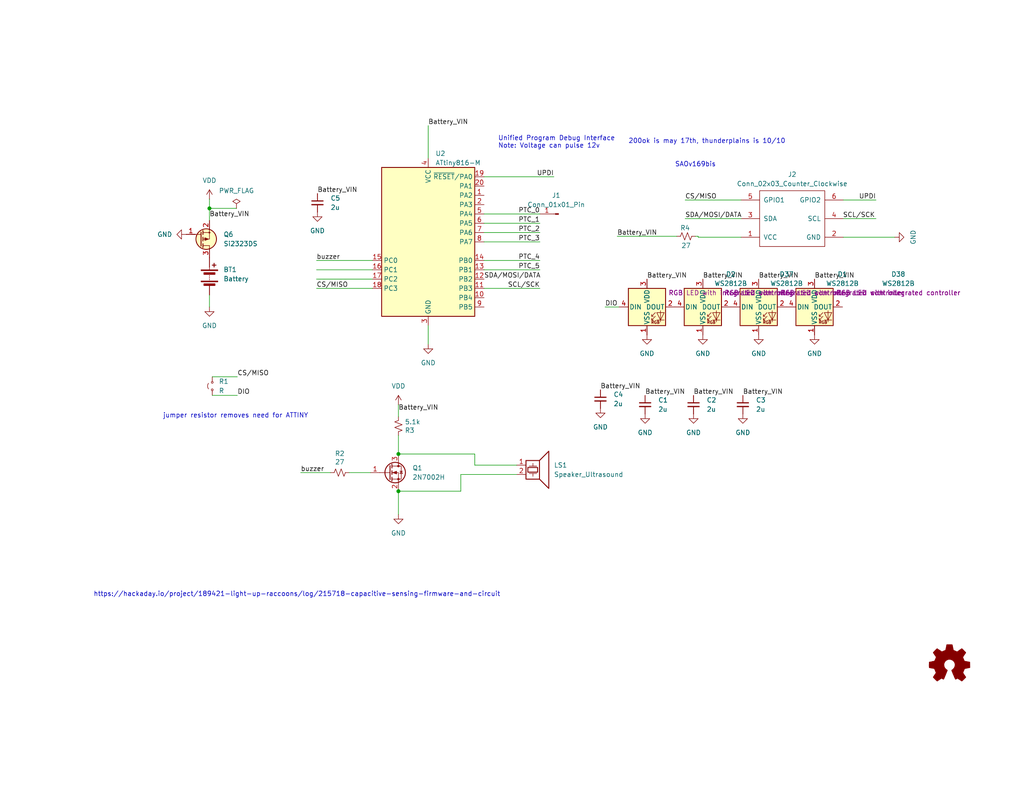
<source format=kicad_sch>
(kicad_sch (version 20250114) (generator "eeschema") (generator_version "9.0")
  (paper "USLetter")
  (lib_symbols
    (symbol "Connector:Conn_01x01_Pin" (pin_names (offset 1.016) (hide yes))
      (property "Reference" "J" (at 0 2.54 0))
      (property "Value" "Conn_01x01_Pin" (at 0 -2.54 0))
      (symbol "Conn_01x01_Pin_1_1"
        (rectangle (start 0.8636 0.127) (end 0 -0.127) (stroke (width 0.1524)) (fill (type outline)))
        (polyline (pts (xy 1.27 0) (xy 0.8636 0)) (stroke (width 0.1524)))
        (pin passive line (at 5.08 0 180) (length 3.81) (name "Pin_1") (number "1"))
      )
    )
    (symbol "Device:Battery" (pin_numbers (hide yes)) (pin_names (offset 0) (hide yes))
      (property "Reference" "BT" (at 2.54 2.54 0))
      (property "Value" "Battery" (at 2.54 0 0))
      (symbol "Battery_0_1"
        (rectangle (start -2.286 1.778) (end 2.286 1.524) (fill (type outline)))
        (rectangle (start -2.286 -1.27) (end 2.286 -1.524) (fill (type outline)))
        (rectangle (start -1.524 1.016) (end 1.524 0.508) (fill (type outline)))
        (rectangle (start -1.524 -2.032) (end 1.524 -2.54) (fill (type outline)))
        (polyline (pts (xy 0 1.778) (xy 0 2.54)))
        (polyline (pts (xy 0 0) (xy 0 0.254)))
        (polyline (pts (xy 0 -0.508) (xy 0 -0.254)))
        (polyline (pts (xy 0 -1.016) (xy 0 -0.762)))
        (polyline (pts (xy 0.762 3.048) (xy 1.778 3.048)) (stroke (width 0.254)))
        (polyline (pts (xy 1.27 3.556) (xy 1.27 2.54)) (stroke (width 0.254)))
      )
      (symbol "Battery_1_1"
        (pin passive line (at 0 5.08 270) (length 2.54) (name "+") (number "1"))
        (pin passive line (at 0 -5.08 90) (length 2.54) (name "-") (number "2"))
      )
    )
    (symbol "Device:C_Small" (pin_numbers (hide yes)) (pin_names (offset 0.254) (hide yes))
      (property "Reference" "C" (at 0.254 1.778 0))
      (property "Value" "C_Small" (at 0.254 -2.032 0))
      (symbol "C_Small_0_1"
        (polyline (pts (xy -1.524 0.508) (xy 1.524 0.508)) (stroke (width 0.3048)))
        (polyline (pts (xy -1.524 -0.508) (xy 1.524 -0.508)) (stroke (width 0.3302)))
      )
      (symbol "C_Small_1_1"
        (pin passive line (at 0 2.54 270) (length 2.032) (name "~") (number "1"))
        (pin passive line (at 0 -2.54 90) (length 2.032) (name "~") (number "2"))
      )
    )
    (symbol "Device:Speaker_Ultrasound" (pin_names (offset 0) (hide yes))
      (property "Reference" "LS" (at 0.635 5.715 0))
      (property "Value" "Speaker_Ultrasound" (at 0.635 3.81 0))
      (symbol "Speaker_Ultrasound_0_0"
        (rectangle (start -2.54 1.27) (end 1.143 -3.81) (stroke (width 0.254)))
        (rectangle (start -2.032 -0.635) (end 0.635 -1.905) (stroke (width 0.254)))
        (polyline (pts (xy -1.651 -0.254) (xy 0.381 -0.254)))
        (polyline (pts (xy -1.651 -2.286) (xy 0.381 -2.286)))
        (polyline (pts (xy -0.635 -0.254) (xy -0.635 0.508)))
        (polyline (pts (xy -0.635 -2.286) (xy -0.635 -3.048)))
        (polyline (pts (xy 1.143 1.27) (xy 3.683 3.81) (xy 3.683 -6.35) (xy 1.143 -3.81)) (stroke (width 0.254)))
      )
      (symbol "Speaker_Ultrasound_1_1"
        (pin input line (at -5.08 0 0) (length 2.54) (name "1") (number "1"))
        (pin input line (at -5.08 -2.54 0) (length 2.54) (name "2") (number "2"))
      )
    )
    (symbol "Graphic:Logo_Open_Hardware_Small" (in_bom no) (on_board no)
      (symbol "Logo_Open_Hardware_Small_0_1"
        (polyline (pts (xy 3.3528 -4.3434) (xy 3.302 -4.318) (xy 3.175 -4.2418) (xy 2.9972 -4.1148) (xy 2.7686 -3.9624) (xy 2.54 -3.81) (xy 2.3622 -3.7084) (xy 2.2352 -3.6068) (xy 2.1844 -3.5814) (xy 2.159 -3.6068) (xy 2.0574 -3.6576) (xy 1.905 -3.7338) (xy 1.8034 -3.7846) (xy 1.6764 -3.8354) (xy 1.6002 -3.8354) (xy 1.6002 -3.8354) (xy 1.5494 -3.7338) (xy 1.4732 -3.5306) (xy 1.3462 -3.302) (xy 1.2446 -3.0226) (xy 1.1176 -2.7178) (xy 0.9652 -2.413) (xy 0.8636 -2.1082) (xy 0.7366 -1.8288) (xy 0.6604 -1.6256) (xy 0.6096 -1.4732) (xy 0.5842 -1.397) (xy 0.5842 -1.397) (xy 0.6604 -1.3208) (xy 0.7874 -1.2446) (xy 1.0414 -1.016) (xy 1.2954 -0.6858) (xy 1.4478 -0.3302) (xy 1.524 0.0762) (xy 1.4732 0.4572) (xy 1.3208 0.8128) (xy 1.0668 1.143) (xy 0.762 1.3716) (xy 0.4064 1.524) (xy 0 1.5748) (xy -0.381 1.5494) (xy -0.7366 1.397) (xy -1.0668 1.143) (xy -1.2192 0.9906) (xy -1.397 0.6604) (xy -1.524 0.3048) (xy -1.524 0.2286) (xy -1.4986 -0.1778) (xy -1.397 -0.5334) (xy -1.1938 -0.8636) (xy -0.9144 -1.143) (xy -0.8636 -1.1684) (xy -0.7366 -1.27) (xy -0.635 -1.3462) (xy -0.5842 -1.397) (xy -1.0668 -2.5908) (xy -1.143 -2.794) (xy -1.2954 -3.1242) (xy -1.397 -3.4036) (xy -1.4986 -3.6322) (xy -1.5748 -3.7846) (xy -1.6002 -3.8354) (xy -1.6002 -3.8354) (xy -1.651 -3.8354) (xy -1.7272 -3.81) (xy -1.905 -3.7338) (xy -2.0066 -3.683) (xy -2.1336 -3.6068) (xy -2.2098 -3.5814) (xy -2.2606 -3.6068) (xy -2.3622 -3.683) (xy -2.54 -3.81) (xy -2.7686 -3.9624) (xy -2.9718 -4.0894) (xy -3.1496 -4.2164) (xy -3.302 -4.318) (xy -3.3528 -4.3434) (xy -3.3782 -4.3434) (xy -3.429 -4.318) (xy -3.5306 -4.2164) (xy -3.7084 -4.064) (xy -3.937 -3.8354) (xy -3.9624 -3.81) (xy -4.1656 -3.6068) (xy -4.318 -3.4544) (xy -4.4196 -3.3274) (xy -4.445 -3.2766) (xy -4.445 -3.2766) (xy -4.4196 -3.2258) (xy -4.318 -3.0734) (xy -4.2164 -2.8956) (xy -4.064 -2.667) (xy -3.6576 -2.0828) (xy -3.8862 -1.5494) (xy -3.937 -1.3716) (xy -4.0386 -1.1684) (xy -4.0894 -1.0414) (xy -4.1148 -0.9652) (xy -4.191 -0.9398) (xy -4.318 -0.9144) (xy -4.5466 -0.8636) (xy -4.8006 -0.8128) (xy -5.0546 -0.7874) (xy -5.2578 -0.7366) (xy -5.4356 -0.7112) (xy -5.5118 -0.6858) (xy -5.5118 -0.6858) (xy -5.5372 -0.635) (xy -5.5372 -0.5588) (xy -5.5372 -0.4318) (xy -5.5626 -0.2286) (xy -5.5626 0.0762) (xy -5.5626 0.127) (xy -5.5372 0.4064) (xy -5.5372 0.635) (xy -5.5372 0.762) (xy -5.5372 0.8382) (xy -5.5372 0.8382) (xy -5.461 0.8382) (xy -5.3086 0.889) (xy -5.08 0.9144) (xy -4.826 0.9652) (xy -4.8006 0.9906) (xy -4.5466 1.0414) (xy -4.318 1.0668) (xy -4.1656 1.1176) (xy -4.0894 1.143) (xy -4.0894 1.143) (xy -4.0386 1.2446) (xy -3.9624 1.4224) (xy -3.8608 1.6256) (xy -3.7846 1.8288) (xy -3.7084 2.0066) (xy -3.6576 2.159) (xy -3.6322 2.2098) (xy -3.6322 2.2098) (xy -3.683 2.286) (xy -3.7592 2.413) (xy -3.8862 2.5908) (xy -4.064 2.8194) (xy -4.064 2.8448) (xy -4.2164 3.0734) (xy -4.3434 3.2512) (xy -4.4196 3.3782) (xy -4.445 3.4544) (xy -4.445 3.4544) (xy -4.3942 3.5052) (xy -4.2926 3.6322) (xy -4.1148 3.81) (xy -3.937 4.0132) (xy -3.8608 4.064) (xy -3.6576 4.2926) (xy -3.5052 4.4196) (xy -3.4036 4.4958) (xy -3.3528 4.5212) (xy -3.3528 4.5212) (xy -3.302 4.4704) (xy -3.1496 4.3688) (xy -2.9718 4.2418) (xy -2.7432 4.0894) (xy -2.7178 4.0894) (xy -2.4892 3.937) (xy -2.3114 3.81) (xy -2.1844 3.7084) (xy -2.1336 3.683) (xy -2.1082 3.683) (xy -2.032 3.7084) (xy -1.8542 3.7592) (xy -1.6764 3.8354) (xy -1.4732 3.937) (xy -1.27 4.0132) (xy -1.143 4.064) (xy -1.0668 4.1148) (xy -1.0668 4.1148) (xy -1.0414 4.191) (xy -1.016 4.3434) (xy -0.9652 4.572) (xy -0.9144 4.8514) (xy -0.889 4.9022) (xy -0.8382 5.1562) (xy -0.8128 5.3848) (xy -0.7874 5.5372) (xy -0.762 5.588) (xy -0.7112 5.6134) (xy -0.5842 5.6134) (xy -0.4064 5.6134) (xy -0.1524 5.6134) (xy 0.0762 5.6134) (xy 0.3302 5.6134) (xy 0.5334 5.6134) (xy 0.6858 5.588) (xy 0.7366 5.588) (xy 0.7366 5.588) (xy 0.762 5.5118) (xy 0.8128 5.334) (xy 0.8382 5.1054) (xy 0.9144 4.826) (xy 0.9144 4.7752) (xy 0.9652 4.5212) (xy 1.016 4.2926) (xy 1.0414 4.1402) (xy 1.0668 4.0894) (xy 1.0668 4.0894) (xy 1.1938 4.0386) (xy 1.3716 3.9624) (xy 1.5748 3.8608) (xy 2.0828 3.6576) (xy 2.7178 4.0894) (xy 2.7686 4.1402) (xy 2.9972 4.2926) (xy 3.175 4.4196) (xy 3.302 4.4958) (xy 3.3782 4.5212) (xy 3.3782 4.5212) (xy 3.429 4.4704) (xy 3.556 4.3434) (xy 3.7338 4.191) (xy 3.9116 3.9878) (xy 4.064 3.8354) (xy 4.2418 3.6576) (xy 4.3434 3.556) (xy 4.4196 3.4798) (xy 4.4196 3.429) (xy 4.4196 3.4036) (xy 4.3942 3.3274) (xy 4.2926 3.2004) (xy 4.1656 2.9972) (xy 4.0132 2.794) (xy 3.8862 2.5908) (xy 3.7592 2.3876) (xy 3.6576 2.2352) (xy 3.6322 2.159) (xy 3.6322 2.1336) (xy 3.683 2.0066) (xy 3.7592 1.8288) (xy 3.8608 1.6002) (xy 4.064 1.1176) (xy 4.3942 1.0414) (xy 4.5974 1.016) (xy 4.8768 0.9652) (xy 5.1308 0.9144) (xy 5.5372 0.8382) (xy 5.5626 -0.6604) (xy 5.4864 -0.6858) (xy 5.4356 -0.6858) (xy 5.2832 -0.7366) (xy 5.0546 -0.762) (xy 4.8006 -0.8128) (xy 4.5974 -0.8636) (xy 4.3688 -0.9144) (xy 4.2164 -0.9398) (xy 4.1402 -0.9398) (xy 4.1148 -0.9652) (xy 4.064 -1.0668) (xy 3.9878 -1.2446) (xy 3.9116 -1.4478) (xy 3.81 -1.651) (xy 3.7338 -1.8542) (xy 3.683 -2.0066) (xy 3.6576 -2.0828) (xy 3.683 -2.1336) (xy 3.7846 -2.2606) (xy 3.8862 -2.4638) (xy 4.0386 -2.667) (xy 4.191 -2.8956) (xy 4.318 -3.0734) (xy 4.3942 -3.2004) (xy 4.445 -3.2766) (xy 4.4196 -3.3274) (xy 4.3434 -3.429) (xy 4.1656 -3.5814) (xy 3.937 -3.8354) (xy 3.8862 -3.8608) (xy 3.683 -4.064) (xy 3.5306 -4.2164) (xy 3.4036 -4.318) (xy 3.3528 -4.3434)) (fill (type outline)))
      )
    )
    (symbol "Jumper:Jumper_2_Small_Open" (pin_numbers (hide yes)) (pin_names (offset 0) (hide yes))
      (property "Reference" "JP" (at 0 2.794 0))
      (property "Value" "Jumper_2_Small_Open" (at 0 -2.286 0))
      (symbol "Jumper_2_Small_Open_0_0"
        (circle (center -1.016 0) (radius 0.254))
        (circle (center 1.016 0) (radius 0.254))
      )
      (symbol "Jumper_2_Small_Open_0_1"
        (arc (start -0.762 1.0196) (mid 0 1.2729) (end 0.762 1.0196))
      )
      (symbol "Jumper_2_Small_Open_1_1"
        (pin passive line (at -2.54 0 0) (length 1.27) (name "A") (number "1"))
        (pin passive line (at 2.54 0 180) (length 1.27) (name "B") (number "2"))
      )
    )
    (symbol "MCU_Microchip_ATtiny:ATtiny816-M"
      (property "Reference" "U" (at -12.7 21.59 0))
      (property "Value" "ATtiny816-M" (at 2.54 -21.59 0))
      (symbol "ATtiny816-M_0_1"
        (rectangle (start -12.7 -20.32) (end 12.7 20.32) (stroke (width 0.254)) (fill (type background)))
      )
      (symbol "ATtiny816-M_1_1"
        (pin bidirectional line (at -15.24 -5.08 0) (length 2.54) (name "PC0") (number "15"))
        (pin bidirectional line (at -15.24 -7.62 0) (length 2.54) (name "PC1") (number "16"))
        (pin bidirectional line (at -15.24 -10.16 0) (length 2.54) (name "PC2") (number "17"))
        (pin bidirectional line (at -15.24 -12.7 0) (length 2.54) (name "PC3") (number "18"))
        (pin power_in line (at 0 22.86 270) (length 2.54) (name "VCC") (number "4"))
        (pin passive line (at 0 -22.86 90) (length 2.54) (hide yes) (name "GND") (number "21"))
        (pin power_in line (at 0 -22.86 90) (length 2.54) (name "GND") (number "3"))
        (pin bidirectional line (at 15.24 17.78 180) (length 2.54) (name "~{RESET}/PA0") (number "19"))
        (pin bidirectional line (at 15.24 15.24 180) (length 2.54) (name "PA1") (number "20"))
        (pin bidirectional line (at 15.24 12.7 180) (length 2.54) (name "PA2") (number "1"))
        (pin bidirectional line (at 15.24 10.16 180) (length 2.54) (name "PA3") (number "2"))
        (pin bidirectional line (at 15.24 7.62 180) (length 2.54) (name "PA4") (number "5"))
        (pin bidirectional line (at 15.24 5.08 180) (length 2.54) (name "PA5") (number "6"))
        (pin bidirectional line (at 15.24 2.54 180) (length 2.54) (name "PA6") (number "7"))
        (pin bidirectional line (at 15.24 0 180) (length 2.54) (name "PA7") (number "8"))
        (pin bidirectional line (at 15.24 -5.08 180) (length 2.54) (name "PB0") (number "14"))
        (pin bidirectional line (at 15.24 -7.62 180) (length 2.54) (name "PB1") (number "13"))
        (pin bidirectional line (at 15.24 -10.16 180) (length 2.54) (name "PB2") (number "12"))
        (pin bidirectional line (at 15.24 -12.7 180) (length 2.54) (name "PB3") (number "11"))
        (pin bidirectional line (at 15.24 -15.24 180) (length 2.54) (name "PB4") (number "10"))
        (pin bidirectional line (at 15.24 -17.78 180) (length 2.54) (name "PB5") (number "9"))
      )
    )
    (symbol "PCM_Transistor_MOSFET_AKL:Si2323DS" (pin_names (hide yes))
      (property "Reference" "Q" (at 5.08 1.27 0))
      (property "Value" "Si2323DS" (at 5.08 -1.27 0))
      (symbol "Si2323DS_0_1"
        (polyline (pts (xy 0.254 1.27) (xy -2.54 1.27)))
        (polyline (pts (xy 0.254 -1.905) (xy 0.254 1.905)) (stroke (width 0.254)))
        (polyline (pts (xy 0.762 1.778) (xy 2.54 1.778)))
        (polyline (pts (xy 0.762 1.27) (xy 0.762 2.286)) (stroke (width 0.254)))
        (polyline (pts (xy 0.762 -0.508) (xy 0.762 0.508)) (stroke (width 0.254)))
        (polyline (pts (xy 0.762 -1.778) (xy 2.54 -1.778)))
        (polyline (pts (xy 0.762 -2.286) (xy 0.762 -1.27)) (stroke (width 0.254)))
        (polyline (pts (xy 2.286 0) (xy 1.27 -0.381) (xy 1.27 0.381) (xy 2.286 0)) (fill (type outline)))
        (polyline (pts (xy 2.54 2.54) (xy 2.54 0) (xy 0.762 0)))
        (polyline (pts (xy 2.54 -2.54) (xy 2.54 -1.778)))
      )
      (symbol "Si2323DS_1_1"
        (circle (center 1.651 0) (radius 2.794) (stroke (width 0.254)) (fill (type background)))
        (circle (center 2.54 1.778) (radius 0.1778) (fill (type outline)))
        (pin input line (at -3.81 1.27 0) (length 2.54) (name "G") (number "1"))
        (pin passive line (at 2.54 5.08 270) (length 2.54) (name "S") (number "2"))
        (pin passive line (at 2.54 -5.08 90) (length 2.54) (name "D") (number "3"))
      )
    )
    (symbol "Simple_Addon_v2:Simple_Addon_v2" (pin_names (offset 1.016))
      (property "Reference" "X" (at 0 0 0))
      (property "Value" "Simple_Addon_v2" (at 0 20.32 0))
      (symbol "Simple_Addon_v2_0_1"
        (rectangle (start -7.62 8.89) (end 7.62 -8.89))
      )
      (symbol "Simple_Addon_v2_1_1"
        (pin input line (at -5.08 13.97 270) (length 5.08) (name "VCC") (number "1"))
        (pin input line (at -5.08 -13.97 90) (length 5.08) (name "GND") (number "2"))
        (pin input line (at 0 13.97 270) (length 5.08) (name "SDA") (number "3"))
        (pin input line (at 0 -13.97 90) (length 5.08) (name "SCL") (number "4"))
        (pin input line (at 5.08 13.97 270) (length 5.08) (name "GPIO1") (number "5"))
        (pin input line (at 5.08 -13.97 90) (length 5.08) (name "GPIO2") (number "6"))
      )
    )
    (symbol "Transistor_FET:2N7002H" (pin_names (offset 0) (hide yes))
      (property "Reference" "Q" (at 5.08 1.905 0))
      (property "Value" "2N7002H" (at 5.08 0 0))
      (symbol "2N7002H_0_1"
        (polyline (pts (xy 0.254 1.905) (xy 0.254 -1.905)) (stroke (width 0.254)))
        (polyline (pts (xy 0.254 0) (xy -2.54 0)))
        (polyline (pts (xy 0.762 2.286) (xy 0.762 1.27)) (stroke (width 0.254)))
        (polyline (pts (xy 0.762 0.508) (xy 0.762 -0.508)) (stroke (width 0.254)))
        (polyline (pts (xy 0.762 -1.27) (xy 0.762 -2.286)) (stroke (width 0.254)))
        (polyline (pts (xy 0.762 -1.778) (xy 3.302 -1.778) (xy 3.302 1.778) (xy 0.762 1.778)))
        (polyline (pts (xy 1.016 0) (xy 2.032 0.381) (xy 2.032 -0.381) (xy 1.016 0)) (fill (type outline)))
        (circle (center 1.651 0) (radius 2.794) (stroke (width 0.254)))
        (polyline (pts (xy 2.54 2.54) (xy 2.54 1.778)))
        (circle (center 2.54 1.778) (radius 0.254) (fill (type outline)))
        (circle (center 2.54 -1.778) (radius 0.254) (fill (type outline)))
        (polyline (pts (xy 2.54 -2.54) (xy 2.54 0) (xy 0.762 0)))
        (polyline (pts (xy 2.921 0.381) (xy 3.683 0.381)))
        (polyline (pts (xy 3.302 0.381) (xy 2.921 -0.254) (xy 3.683 -0.254) (xy 3.302 0.381)))
      )
      (symbol "2N7002H_1_1"
        (pin input line (at -5.08 0 0) (length 2.54) (name "G") (number "1"))
        (pin passive line (at 2.54 5.08 270) (length 2.54) (name "D") (number "3"))
        (pin passive line (at 2.54 -5.08 90) (length 2.54) (name "S") (number "2"))
      )
    )
    (symbol "bs2026:WS2812B-4020" (pin_names (offset 0.254))
      (property "Reference" "D38" (at 11.43 3.1241 0))
      (property "Value" "WS2812B-4020" (at 11.43 0.5841 0))
      (symbol "WS2812B-4020_0_0"
        (text "RGB" (at 2.286 -4.191 0) (effects (font (size 0.762 0.762))))
      )
      (symbol "WS2812B-4020_0_1"
        (polyline (pts (xy 1.27 -2.54) (xy 1.778 -2.54)))
        (polyline (pts (xy 1.27 -3.556) (xy 1.778 -3.556)))
        (polyline (pts (xy 2.286 -1.524) (xy 1.27 -2.54) (xy 1.27 -2.032)))
        (polyline (pts (xy 2.286 -2.54) (xy 1.27 -3.556) (xy 1.27 -3.048)))
        (polyline (pts (xy 3.683 -1.016) (xy 3.683 -3.556) (xy 3.683 -4.064)))
        (polyline (pts (xy 4.699 -1.524) (xy 2.667 -1.524) (xy 3.683 -3.556) (xy 4.699 -1.524)))
        (polyline (pts (xy 4.699 -3.556) (xy 2.667 -3.556)))
        (rectangle (start 5.08 5.08) (end -5.08 -5.08) (stroke (width 0.254)) (fill (type background)))
      )
      (symbol "WS2812B-4020_1_1"
        (pin input line (at -7.62 0 0) (length 2.54) (name "DIN") (number "4"))
        (pin power_in line (at 0 7.62 270) (length 2.54) (name "VDD") (number "3"))
        (pin power_in line (at 0 -7.62 90) (length 2.54) (name "VSS") (number "1"))
        (pin output line (at 7.62 0 180) (length 2.54) (name "DOUT") (number "2"))
      )
    )
    (symbol "power:GND" (power) (pin_names (offset 0))
      (property "Value" "GND" (at 0 -3.81 0))
      (symbol "GND_0_1"
        (polyline (pts (xy 0 0) (xy 0 -1.27) (xy 1.27 -1.27) (xy 0 -2.54) (xy -1.27 -1.27) (xy 0 -1.27)))
      )
      (symbol "GND_1_1"
        (pin power_in line (at 0 0 270) (length 0) (hide yes) (name "GND") (number "1"))
      )
    )
    (symbol "power:PWR_FLAG" (power) (pin_numbers (hide yes)) (pin_names (offset 0) (hide yes))
      (property "Value" "PWR_FLAG" (at 0 3.81 0))
      (symbol "PWR_FLAG_0_0"
        (pin power_out line (at 0 0 90) (length 0) (name "~") (number "1"))
      )
      (symbol "PWR_FLAG_0_1"
        (polyline (pts (xy 0 0) (xy 0 1.27) (xy -1.016 1.905) (xy 0 2.54) (xy 1.016 1.905) (xy 0 1.27)))
      )
    )
    (symbol "power:VDD" (power) (pin_numbers (hide yes)) (pin_names (offset 0) (hide yes))
      (property "Value" "VDD" (at 0 3.556 0))
      (symbol "VDD_0_1"
        (polyline (pts (xy -0.762 1.27) (xy 0 2.54)))
        (polyline (pts (xy 0 2.54) (xy 0.762 1.27)))
        (polyline (pts (xy 0 0) (xy 0 2.54)))
      )
      (symbol "VDD_1_1"
        (pin power_in line (at 0 0 90) (length 0) (name "~") (number "1"))
      )
    )
    (symbol "temp-sensor-rescue:R_Small_US-Device-temp-sensor-rescue" (pin_numbers (hide yes)) (pin_names (offset 0.254) (hide yes))
      (property "Reference" "R" (at 0.762 0.508 0))
      (property "Value" "R_Small_US-Device-temp-sensor-rescue" (at 0.762 -1.016 0))
      (symbol "R_Small_US-Device-temp-sensor-rescue_1_1"
        (polyline (pts (xy 0 1.524) (xy 1.016 1.143) (xy 0 0.762) (xy -1.016 0.381) (xy 0 0)))
        (polyline (pts (xy 0 0) (xy 1.016 -0.381) (xy 0 -0.762) (xy -1.016 -1.143) (xy 0 -1.524)))
        (pin passive line (at 0 2.54 270) (length 1.016) (name "~") (number "1"))
        (pin passive line (at 0 -2.54 90) (length 1.016) (name "~") (number "2"))
      )
    )
  )
  (text "https://hackaday.io/project/189421-light-up-raccoons/log/215718-capacitive-sensing-firmware-and-circuit" (at 81.026 162.306 0) (effects (font (size 1.27 1.27))))
  (text "200ok is may 17th, thunderplains is 10/10" (at 171.45 39.37 0) (effects (font (size 1.27 1.27)) (justify left bottom)))
  (text "jumper resistor removes need for ATTINY\n" (at 44.45 114.3 0) (effects (font (size 1.27 1.27)) (justify left bottom)))
  (text "Unified Program Debug Interface\nNote: Voltage can pulse 12v\n" (at 135.89 40.64 0) (effects (font (size 1.27 1.27)) (justify left bottom)))
  (text "SAOv169bis" (at 184.15 45.72 0) (effects (font (size 1.27 1.27)) (justify left bottom)))
  (junction (at 108.712 123.952))
  (junction (at 108.712 134.112))
  (junction (at 57.15 56.896))
  (wire (pts (xy 86.36 76.2) (xy 101.6 76.2)))
  (wire (pts (xy 57.15 54.356) (xy 57.15 56.896)))
  (wire (pts (xy 57.912 107.95) (xy 64.77 107.95)))
  (wire (pts (xy 189.738 64.516) (xy 190.5 64.516)))
  (wire (pts (xy 147.32 58.42) (xy 132.08 58.42)))
  (wire (pts (xy 86.36 78.74) (xy 101.6 78.74)))
  (wire (pts (xy 129.54 127) (xy 140.97 127)))
  (wire (pts (xy 230.124 59.69) (xy 239.014 59.69)))
  (wire (pts (xy 108.712 113.792) (xy 108.712 110.49)))
  (wire (pts (xy 147.32 78.74) (xy 132.08 78.74)))
  (wire (pts (xy 186.944 59.69) (xy 202.184 59.69)))
  (wire (pts (xy 125.73 134.112) (xy 125.73 129.54)))
  (wire (pts (xy 129.54 123.952) (xy 129.54 127)))
  (wire (pts (xy 108.712 118.872) (xy 108.712 123.952)))
  (wire (pts (xy 230.124 54.61) (xy 239.014 54.61)))
  (wire (pts (xy 151.13 48.26) (xy 132.08 48.26)))
  (wire (pts (xy 190.5 64.516) (xy 190.5 64.77)))
  (wire (pts (xy 95.25 129.032) (xy 101.092 129.032)))
  (wire (pts (xy 147.32 63.5) (xy 132.08 63.5)))
  (wire (pts (xy 86.36 71.12) (xy 101.6 71.12)))
  (wire (pts (xy 116.84 88.9) (xy 116.84 93.98)))
  (wire (pts (xy 132.08 66.04) (xy 147.32 66.04)))
  (wire (pts (xy 108.712 123.952) (xy 129.54 123.952)))
  (wire (pts (xy 132.08 73.66) (xy 147.32 73.66)))
  (wire (pts (xy 57.15 56.896) (xy 64.516 56.896)))
  (wire (pts (xy 86.36 73.66) (xy 101.6 73.66)))
  (wire (pts (xy 82.042 129.032) (xy 90.17 129.032)))
  (wire (pts (xy 108.712 134.112) (xy 125.73 134.112)))
  (wire (pts (xy 57.15 60.198) (xy 57.15 56.896)))
  (wire (pts (xy 147.32 60.96) (xy 132.08 60.96)))
  (wire (pts (xy 57.912 102.87) (xy 64.77 102.87)))
  (wire (pts (xy 125.73 129.54) (xy 140.97 129.54)))
  (wire (pts (xy 230.124 64.77) (xy 244.094 64.77)))
  (wire (pts (xy 190.5 64.77) (xy 202.184 64.77)))
  (wire (pts (xy 186.944 54.61) (xy 202.184 54.61)))
  (wire (pts (xy 108.712 134.112) (xy 108.712 140.462)))
  (wire (pts (xy 168.402 64.516) (xy 184.658 64.516)))
  (wire (pts (xy 165.1 83.82) (xy 168.91 83.82)))
  (wire (pts (xy 116.84 34.29) (xy 116.84 43.18)))
  (wire (pts (xy 132.08 71.12) (xy 147.32 71.12)))
  (wire (pts (xy 57.15 83.82) (xy 57.15 80.518)))
  (label "SDA{slash}MOSI{slash}DATA" (at 132.08 76.2 0))
  (label "CS{slash}MISO" (at 86.36 78.74 0))
  (label "PTC_3" (at 147.32 66.04 180))
  (label "UPDI" (at 151.13 48.26 180))
  (label "PTC_1" (at 147.32 60.96 180))
  (label "Battery_VIN" (at 57.15 59.436 0))
  (label "SCL{slash}SCK" (at 147.32 78.74 180))
  (label "CS{slash}MISO" (at 186.944 54.61 0))
  (label "Battery_VIN" (at 189.23 107.95 0))
  (label "Battery_VIN" (at 191.77 76.2 0))
  (label "Battery_VIN" (at 168.402 64.516 0))
  (label "PTC_4" (at 147.32 71.12 180))
  (label "Battery_VIN" (at 108.712 112.268 0))
  (label "PTC_2" (at 147.32 63.5 180))
  (label "CS{slash}MISO" (at 64.77 102.87 0))
  (label "Battery_VIN" (at 222.25 76.2 0))
  (label "PTC_0" (at 147.32 58.42 180))
  (label "buzzer" (at 86.36 71.12 0))
  (label "PTC_5" (at 147.32 73.66 180))
  (label "buzzer" (at 82.042 129.032 0))
  (label "Battery_VIN" (at 86.614 52.832 0))
  (label "Battery_VIN" (at 176.53 76.2 0))
  (label "UPDI" (at 239.014 54.61 180))
  (label "Battery_VIN" (at 163.83 106.426 0))
  (label "Battery_VIN" (at 207.01 76.2 0))
  (label "SCL{slash}SCK" (at 238.76 59.69 180))
  (label "DIO" (at 165.1 83.82 0))
  (label "SDA{slash}MOSI{slash}DATA" (at 186.944 59.69 0))
  (label "DIO" (at 64.77 107.95 0))
  (label "Battery_VIN" (at 202.692 107.95 0))
  (label "Battery_VIN" (at 116.84 34.29 0))
  (label "Battery_VIN" (at 176.022 107.95 0))
  (symbol (lib_id "power:GND") (at 202.692 113.03 0) (unit 1)
    (property "Reference" "#PWR019" (effects (hide yes)))
    (property "Value" "GND" (at 202.692 118.11 0))
  )
  (symbol (lib_id "bs2026:WS2812B-4020") (at 191.77 83.82 0) (unit 1)
    (property "Reference" "D37" (at 214.63 74.8598 0))
    (property "Value" "WS2812B" (at 214.63 77.3998 0))
    (property "Footprint" "footprints:WS2812B-4020" (effects (hide yes)))
    (property "Datasheet" "https://cdn-shop.adafruit.com/datasheets/WS2812B.pdf" (effects (hide yes)))
    (property "Description" "RGB LED with integrated controller" (at 214.63 79.9398 0))
    (property "LCSC" "C3647024" (effects (hide yes)))
  )
  (symbol (lib_id "power:GND") (at 176.53 91.44 0) (unit 1)
    (property "Reference" "#PWR014" (effects (hide yes)))
    (property "Value" "GND" (at 176.53 96.52 0))
  )
  (symbol (lib_id "power:GND") (at 163.83 111.506 0) (unit 1)
    (property "Reference" "#PWR01" (effects (hide yes)))
    (property "Value" "GND" (at 163.83 116.586 0))
    (property "Description" "Power symbol creates a global label with name \"GND\" , ground" (effects (hide yes)))
  )
  (symbol (lib_id "temp-sensor-rescue:R_Small_US-Device-temp-sensor-rescue") (at 108.712 116.332 0) (mirror x) (unit 1)
    (property "Reference" "R3" (at 110.4392 117.5004 0) (effects (justify left)))
    (property "Value" "5.1k" (at 110.4392 115.189 0) (effects (justify left)))
    (property "Footprint" "Resistor_SMD:R_0402_1005Metric" (effects (hide yes)))
    (property "Datasheet" "https://www.mouser.com/datasheet/2/447/Yageo_03_18_2021_PYu_RC_Group_51_RoHS_L_11-2199992.pdf" (effects (hide yes)))
    (property "Description" "Thick Film Resistors - SMD 5.1K ohm 1%" (effects (hide yes)))
    (property "Manufacturer_Name" "Bourns" (effects (hide yes)))
    (property "Manufacturer_Part_Number" "CR0603-FX-5101ELF" (effects (hide yes)))
    (property "Mouser Part Number" "652-CR0603FX-5101ELF" (effects (hide yes)))
    (property "Mouser Price/Stock" "$0.10/78000" (effects (hide yes)))
    (property "PARTREV" "V3" (effects (hide yes)))
    (property "Configuration" "all" (effects (hide yes)))
  )
  (symbol (lib_id "Device:C_Small") (at 189.23 110.49 0) (unit 1)
    (property "Reference" "C2" (at 192.786 109.2262 0) (effects (justify left)))
    (property "Value" "2u" (at 192.786 111.7662 0) (effects (justify left)))
    (property "Footprint" "Capacitor_SMD:C_0402_1005Metric" (effects (hide yes)))
    (property "Description" "Unpolarized capacitor, small symbol" (effects (hide yes)))
    (property "LCSC" "C12530" (effects (hide yes)))
  )
  (symbol (lib_id "Simple_Addon_v2:Simple_Addon_v2") (at 216.154 59.69 90) (unit 1)
    (property "Reference" "J2" (at 216.154 47.625 90))
    (property "Value" "Conn_02x03_Counter_Clockwise" (at 216.154 50.165 90))
    (property "Footprint" "Simple_Addon_v2:Simple_Addon_v2-BADGE-2x3" (effects (hide yes)))
    (property "LCSC" "C92272" (effects (hide yes)))
  )
  (symbol (lib_id "bs2026:WS2812B-4020") (at 222.25 83.82 0) (unit 1)
    (property "Reference" "D38" (at 245.11 74.8598 0))
    (property "Value" "WS2812B" (at 245.11 77.3998 0))
    (property "Footprint" "footprints:WS2812B-4020" (effects (hide yes)))
    (property "Datasheet" "https://cdn-shop.adafruit.com/datasheets/WS2812B.pdf" (effects (hide yes)))
    (property "Description" "RGB LED with integrated controller" (at 245.11 79.9398 0))
    (property "LCSC" "C3647024" (effects (hide yes)))
  )
  (symbol (lib_id "Transistor_FET:2N7002H") (at 106.172 129.032 0) (unit 1)
    (property "Reference" "Q1" (at 112.522 127.7619 0) (effects (justify left)))
    (property "Value" "2N7002H" (at 112.522 130.3019 0) (effects (justify left)))
    (property "Footprint" "Package_TO_SOT_SMD:SOT-23" (effects (hide yes)))
    (property "Datasheet" "http://www.diodes.com/assets/Datasheets/2N7002H.pdf" (effects (hide yes)))
    (property "Description" "0.21A Id, 60V Vds, N-Channel MOSFET, SOT-23" (effects (hide yes)))
    (property "LCSC" "C81445" (effects (hide yes)))
  )
  (symbol (lib_id "bs2026:WS2812B-4020") (at 207.01 83.82 0) (unit 1)
    (property "Reference" "D1" (at 229.87 74.8598 0))
    (property "Value" "WS2812B" (at 229.87 77.3998 0))
    (property "Footprint" "footprints:WS2812B-4020" (effects (hide yes)))
    (property "Datasheet" "https://cdn-shop.adafruit.com/datasheets/WS2812B.pdf" (effects (hide yes)))
    (property "Description" "RGB LED with integrated controller" (at 229.87 79.9398 0))
    (property "LCSC" "C3647024" (effects (hide yes)))
  )
  (symbol (lib_id "Device:C_Small") (at 86.614 55.372 0) (unit 1)
    (property "Reference" "C5" (at 90.17 54.1082 0) (effects (justify left)))
    (property "Value" "2u" (at 90.17 56.6482 0) (effects (justify left)))
    (property "Footprint" "Capacitor_SMD:C_0402_1005Metric" (effects (hide yes)))
    (property "Description" "Unpolarized capacitor, small symbol" (effects (hide yes)))
    (property "LCSC" "C12530" (effects (hide yes)))
  )
  (symbol (lib_id "MCU_Microchip_ATtiny:ATtiny816-M") (at 116.84 66.04 0) (unit 1)
    (property "Reference" "U2" (at 118.7959 41.91 0) (effects (justify left)))
    (property "Value" "ATtiny816-M" (at 118.7959 44.45 0) (effects (justify left)))
    (property "Footprint" "Package_DFN_QFN:VQFN-20-1EP_3x3mm_P0.4mm_EP1.7x1.7mm" (effects (hide yes)))
    (property "Datasheet" "http://ww1.microchip.com/downloads/en/DeviceDoc/40001913A.pdf" (effects (hide yes)))
    (property "LCSC" "C2052778" (effects (hide yes)))
  )
  (symbol (lib_id "power:VDD") (at 108.712 110.49 0) (unit 1)
    (property "Reference" "#PWR03" (effects (hide yes)))
    (property "Value" "VDD" (at 108.712 105.41 0))
    (property "Description" "Power symbol creates a global label with name \"VDD\"" (effects (hide yes)))
  )
  (symbol (lib_id "Jumper:Jumper_2_Small_Open") (at 57.912 105.41 90) (unit 1)
    (property "Reference" "R1" (at 59.69 104.1399 90) (effects (justify right)))
    (property "Value" "R" (at 59.69 106.6799 90) (effects (justify right)))
    (property "Footprint" "Jumper:SolderJumper-2_P1.3mm_Open_TrianglePad1.0x1.5mm" (effects (hide yes)))
    (property "Description" "Jumper, 2-pole, small symbol, open" (effects (hide yes)))
  )
  (symbol (lib_id "power:GND") (at 57.15 83.82 0) (unit 1)
    (property "Reference" "#PWR039" (effects (hide yes)))
    (property "Value" "GND" (at 57.15 88.9 0))
    (property "Description" "Power symbol creates a global label with name \"GND\" , ground" (effects (hide yes)))
  )
  (symbol (lib_id "power:GND") (at 191.77 91.44 0) (unit 1)
    (property "Reference" "#PWR018" (effects (hide yes)))
    (property "Value" "GND" (at 191.77 96.52 0))
  )
  (symbol (lib_id "Graphic:Logo_Open_Hardware_Small") (at 259.08 181.61 0) (unit 1) (exclude_from_sim yes) (in_bom no) (on_board no)
    (property "Reference" "#SYM1" (effects (hide yes)))
    (property "Value" "Logo_Open_Hardware_Small" (effects (hide yes)))
  )
  (symbol (lib_id "Device:C_Small") (at 202.692 110.49 0) (unit 1)
    (property "Reference" "C3" (at 206.248 109.2262 0) (effects (justify left)))
    (property "Value" "2u" (at 206.248 111.7662 0) (effects (justify left)))
    (property "Footprint" "Capacitor_SMD:C_0402_1005Metric" (effects (hide yes)))
    (property "Description" "Unpolarized capacitor, small symbol" (effects (hide yes)))
    (property "LCSC" "C12530" (effects (hide yes)))
  )
  (symbol (lib_id "power:PWR_FLAG") (at 64.516 56.896 0) (unit 1)
    (property "Reference" "#FLG01" (effects (hide yes)))
    (property "Value" "PWR_FLAG" (at 64.516 52.07 0))
    (property "Description" "Special symbol for telling ERC where power comes from" (effects (hide yes)))
  )
  (symbol (lib_id "power:GND") (at 86.614 57.912 0) (unit 1)
    (property "Reference" "#PWR02" (effects (hide yes)))
    (property "Value" "GND" (at 86.614 62.992 0))
    (property "Description" "Power symbol creates a global label with name \"GND\" , ground" (effects (hide yes)))
  )
  (symbol (lib_id "power:GND") (at 222.25 91.44 0) (unit 1)
    (property "Reference" "#PWR021" (effects (hide yes)))
    (property "Value" "GND" (at 222.25 96.52 0))
  )
  (symbol (lib_id "Device:C_Small") (at 176.022 110.49 0) (unit 1)
    (property "Reference" "C1" (at 179.578 109.2262 0) (effects (justify left)))
    (property "Value" "2u" (at 179.578 111.7662 0) (effects (justify left)))
    (property "Footprint" "Capacitor_SMD:C_0402_1005Metric" (effects (hide yes)))
    (property "Description" "Unpolarized capacitor, small symbol" (effects (hide yes)))
    (property "LCSC" "C12530" (effects (hide yes)))
  )
  (symbol (lib_id "temp-sensor-rescue:R_Small_US-Device-temp-sensor-rescue") (at 187.198 64.516 90) (unit 1)
    (property "Reference" "R4" (at 186.944 62.23 90))
    (property "Value" "27" (at 187.198 67.056 90))
    (property "Footprint" "Resistor_SMD:R_0402_1005Metric" (effects (hide yes)))
    (property "Datasheet" "https://www.mouser.com/datasheet/2/219/RK73B-1825463.pdf" (effects (hide yes)))
    (property "Description" "Thick Film Resistors - SMD 1/8W 27 OHM 5%" (effects (hide yes)))
    (property "Manufacturer_Name" "KOA Speer" (effects (hide yes)))
    (property "Manufacturer_Part_Number" "RK73B1JTTDD270J" (effects (hide yes)))
    (property "Mouser Part Number" "660-RK73B1JTTDD270J" (effects (hide yes)))
    (property "Mouser Price/Stock" "$0.10/100000" (effects (hide yes)))
    (property "PARTREV" "V3" (effects (hide yes)))
    (property "Configuration" "all" (effects (hide yes)))
  )
  (symbol (lib_id "power:GND") (at 207.01 91.44 0) (unit 1)
    (property "Reference" "#PWR020" (effects (hide yes)))
    (property "Value" "GND" (at 207.01 96.52 0))
  )
  (symbol (lib_id "power:GND") (at 244.094 64.77 90) (unit 1)
    (property "Reference" "#PWR026" (effects (hide yes)))
    (property "Value" "GND" (at 249.174 64.77 0))
  )
  (symbol (lib_id "power:VDD") (at 57.15 54.356 0) (unit 1)
    (property "Reference" "#PWR037" (effects (hide yes)))
    (property "Value" "VDD" (at 57.15 49.276 0))
    (property "Description" "Power symbol creates a global label with name \"VDD\"" (effects (hide yes)))
  )
  (symbol (lib_id "Device:Speaker_Ultrasound") (at 146.05 127 0) (unit 1)
    (property "Reference" "LS1" (at 151.13 126.9999 0) (effects (justify left)))
    (property "Value" "Speaker_Ultrasound" (at 151.13 129.5399 0) (effects (justify left)))
    (property "Footprint" "Buzzer_Beeper:Buzzer_Murata_PKLCS1212E" (effects (hide yes)))
    (property "Datasheet" "https://www.lcsc.com/datasheet/C49246959.pdf" (effects (hide yes)))
    (property "Description" "Ultrasonic transducer" (effects (hide yes)))
    (property "LCSC" "C49246959" (effects (hide yes)))
  )
  (symbol (lib_id "Device:Battery") (at 57.15 75.438 0) (unit 1)
    (property "Reference" "BT1" (at 60.96 73.5964 0) (effects (justify left)))
    (property "Value" "Battery" (at 60.96 76.1364 0) (effects (justify left)))
    (property "Footprint" "Battery:BatteryHolder_Keystone_3008_1x2450" (effects (hide yes)))
    (property "Datasheet" "https://www.lcsc.com/datasheet/lcsc_datasheet_2411271947_MYOUNG-MY-2450-01_C964845.pdf" (effects (hide yes)))
    (property "Description" "Multiple-cell battery" (effects (hide yes)))
    (property "LCSC" "C964845" (effects (hide yes)))
  )
  (symbol (lib_id "power:GND") (at 50.8 64.008 270) (unit 1)
    (property "Reference" "#PWR036" (effects (hide yes)))
    (property "Value" "GND" (at 46.99 64.0079 90) (effects (justify right)))
    (property "Description" "Power symbol creates a global label with name \"GND\" , ground" (effects (hide yes)))
  )
  (symbol (lib_id "power:GND") (at 176.022 113.03 0) (unit 1)
    (property "Reference" "#PWR013" (effects (hide yes)))
    (property "Value" "GND" (at 176.022 118.11 0))
  )
  (symbol (lib_id "power:GND") (at 108.712 140.462 0) (unit 1)
    (property "Reference" "#PWR025" (effects (hide yes)))
    (property "Value" "GND" (at 108.712 145.542 0))
  )
  (symbol (lib_id "PCM_Transistor_MOSFET_AKL:Si2323DS") (at 54.61 65.278 0) (unit 1)
    (property "Reference" "Q6" (at 60.96 64.0079 0) (effects (justify left)))
    (property "Value" "Si2323DS" (at 60.96 66.5479 0) (effects (justify left)))
    (property "Footprint" "PCM_Package_TO_SOT_SMD_AKL:SOT-23" (effects (hide yes)))
    (property "Datasheet" "https://www.tme.eu/Document/d8e01dd5bf2cb7c72a3df62d79c95bb8/SI2323DS-T1-E3.pdf" (effects (hide yes)))
    (property "Description" "SOT-23 P-MOSFET enchancement mode transistor, 20V, 3.7A, 0.75W, Alternate KiCAD Library" (effects (hide yes)))
    (property "LCSC" "C347476" (effects (hide yes)))
  )
  (symbol (lib_id "bs2026:WS2812B-4020") (at 176.53 83.82 0) (unit 1)
    (property "Reference" "D2" (at 199.39 74.8598 0))
    (property "Value" "WS2812B" (at 199.39 77.3998 0))
    (property "Footprint" "footprints:WS2812B-4020" (effects (hide yes)))
    (property "Datasheet" "https://cdn-shop.adafruit.com/datasheets/WS2812B.pdf" (effects (hide yes)))
    (property "Description" "RGB LED with integrated controller" (at 199.39 79.9398 0))
    (property "LCSC" "C3647024" (effects (hide yes)))
  )
  (symbol (lib_id "Device:C_Small") (at 163.83 108.966 0) (unit 1)
    (property "Reference" "C4" (at 167.386 107.7022 0) (effects (justify left)))
    (property "Value" "2u" (at 167.386 110.2422 0) (effects (justify left)))
    (property "Footprint" "Capacitor_SMD:C_0402_1005Metric" (effects (hide yes)))
    (property "Description" "Unpolarized capacitor, small symbol" (effects (hide yes)))
    (property "LCSC" "C12530" (effects (hide yes)))
  )
  (symbol (lib_id "power:GND") (at 116.84 93.98 0) (unit 1)
    (property "Reference" "#PWR012" (effects (hide yes)))
    (property "Value" "GND" (at 116.84 99.06 0))
  )
  (symbol (lib_id "Connector:Conn_01x01_Pin") (at 152.4 58.42 180) (unit 1)
    (property "Reference" "J1" (at 151.765 53.34 0))
    (property "Value" "Conn_01x01_Pin" (at 151.765 55.88 0))
    (property "Footprint" "footprints:Swoosh" (effects (hide yes)))
    (property "Description" "Generic connector, single row, 01x01, script generated" (effects (hide yes)))
  )
  (symbol (lib_id "power:GND") (at 189.23 113.03 0) (unit 1)
    (property "Reference" "#PWR016" (effects (hide yes)))
    (property "Value" "GND" (at 189.23 118.11 0))
  )
  (symbol (lib_id "temp-sensor-rescue:R_Small_US-Device-temp-sensor-rescue") (at 92.71 129.032 90) (unit 1)
    (property "Reference" "R2" (at 92.71 123.825 90))
    (property "Value" "27" (at 92.71 126.1364 90))
    (property "Footprint" "Resistor_SMD:R_0402_1005Metric" (effects (hide yes)))
    (property "Datasheet" "https://www.mouser.com/datasheet/2/219/RK73B-1825463.pdf" (effects (hide yes)))
    (property "Description" "Thick Film Resistors - SMD 1/8W 27 OHM 5%" (effects (hide yes)))
    (property "Manufacturer_Name" "KOA Speer" (effects (hide yes)))
    (property "Manufacturer_Part_Number" "RK73B1JTTDD270J" (effects (hide yes)))
    (property "Mouser Part Number" "660-RK73B1JTTDD270J" (effects (hide yes)))
    (property "Mouser Price/Stock" "$0.10/100000" (effects (hide yes)))
    (property "PARTREV" "V3" (effects (hide yes)))
    (property "Configuration" "all" (effects (hide yes)))
  )
)
</source>
